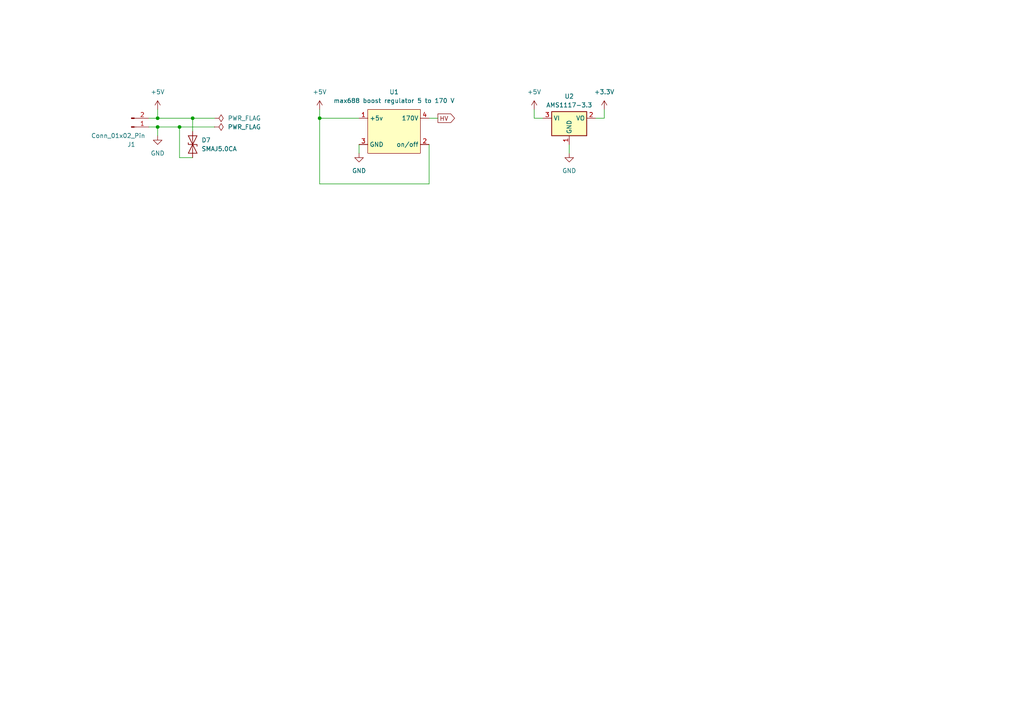
<source format=kicad_sch>
(kicad_sch (version 20230121) (generator eeschema)
  (paper "A4")
  (lib_symbols
    (symbol "Connector:Conn_01x02_Pin" (pin_names (offset 1.016) hide)
      (property "Reference" "J" (at 0 2.54 0))
      (property "Value" "Conn_01x02_Pin" (at 0 -5.08 0))
      (symbol "Conn_01x02_Pin_1_1"
        (polyline (pts (xy 1.27 -2.54) (xy 0.8636 -2.54)) (stroke (width 0.1524)))
        (polyline (pts (xy 1.27 0) (xy 0.8636 0)) (stroke (width 0.1524)))
        (rectangle (start 0.8636 -2.413) (end 0 -2.667) (stroke (width 0.1524)) (fill (type outline)))
        (rectangle (start 0.8636 0.127) (end 0 -0.127) (stroke (width 0.1524)) (fill (type outline)))
        (pin passive line (at 5.08 0 180) (length 3.81) (name "Pin_1") (number "1"))
        (pin passive line (at 5.08 -2.54 180) (length 3.81) (name "Pin_2") (number "2"))
      )
    )
    (symbol "Diode:SMAJ5.0CA" (pin_numbers hide) (pin_names (offset 1.016) hide)
      (property "Reference" "D" (at 0 2.54 0))
      (property "Value" "SMAJ5.0CA" (at 0 -2.54 0))
      (symbol "SMAJ5.0CA_0_1"
        (polyline (pts (xy 1.27 0) (xy -1.27 0)))
        (polyline (pts (xy -2.54 -1.27) (xy 0 0) (xy -2.54 1.27) (xy -2.54 -1.27)) (stroke (width 0.2032)))
        (polyline (pts (xy 0.508 1.27) (xy 0 1.27) (xy 0 -1.27) (xy -0.508 -1.27)) (stroke (width 0.2032)))
        (polyline (pts (xy 2.54 1.27) (xy 2.54 -1.27) (xy 0 0) (xy 2.54 1.27)) (stroke (width 0.2032)))
      )
      (symbol "SMAJ5.0CA_1_1"
        (pin passive line (at -3.81 0 0) (length 2.54) (name "A1") (number "1"))
        (pin passive line (at 3.81 0 180) (length 2.54) (name "A2") (number "2"))
      )
    )
    (symbol "Regulator_Linear:AMS1117-3.3"
      (property "Reference" "U" (at -3.81 3.175 0))
      (property "Value" "AMS1117-3.3" (at 0 3.175 0))
      (symbol "AMS1117-3.3_0_1"
        (rectangle (start -5.08 -5.08) (end 5.08 1.905) (stroke (width 0.254)) (fill (type background)))
      )
      (symbol "AMS1117-3.3_1_1"
        (pin power_in line (at 0 -7.62 90) (length 2.54) (name "GND") (number "1"))
        (pin power_out line (at 7.62 0 180) (length 2.54) (name "VO") (number "2"))
        (pin power_in line (at -7.62 0 0) (length 2.54) (name "VI") (number "3"))
      )
    )
    (symbol "power:+3.3V" (power) (pin_names (offset 0))
      (property "Value" "+3.3V" (at 0 3.556 0))
      (symbol "+3.3V_0_1"
        (polyline (pts (xy -0.762 1.27) (xy 0 2.54)))
        (polyline (pts (xy 0 0) (xy 0 2.54)))
        (polyline (pts (xy 0 2.54) (xy 0.762 1.27)))
      )
      (symbol "+3.3V_1_1"
        (pin power_in line (at 0 0 90) (length 0) hide (name "+3.3V") (number "1"))
      )
    )
    (symbol "power:+5V" (power) (pin_names (offset 0))
      (property "Value" "+5V" (at 0 3.556 0))
      (symbol "+5V_0_1"
        (polyline (pts (xy -0.762 1.27) (xy 0 2.54)))
        (polyline (pts (xy 0 0) (xy 0 2.54)))
        (polyline (pts (xy 0 2.54) (xy 0.762 1.27)))
      )
      (symbol "+5V_1_1"
        (pin power_in line (at 0 0 90) (length 0) hide (name "+5V") (number "1"))
      )
    )
    (symbol "power:GND" (power) (pin_names (offset 0))
      (property "Value" "GND" (at 0 -3.81 0))
      (symbol "GND_0_1"
        (polyline (pts (xy 0 0) (xy 0 -1.27) (xy 1.27 -1.27) (xy 0 -2.54) (xy -1.27 -1.27) (xy 0 -1.27)))
      )
      (symbol "GND_1_1"
        (pin power_in line (at 0 0 270) (length 0) hide (name "GND") (number "1"))
      )
    )
    (symbol "power:PWR_FLAG" (power) (pin_numbers hide) (pin_names (offset 0) hide)
      (property "Value" "PWR_FLAG" (at 0 3.81 0))
      (symbol "PWR_FLAG_0_0"
        (pin power_out line (at 0 0 90) (length 0) (name "pwr") (number "1"))
      )
      (symbol "PWR_FLAG_0_1"
        (polyline (pts (xy 0 0) (xy 0 1.27) (xy -1.016 1.905) (xy 0 2.54) (xy 1.016 1.905) (xy 0 1.27)))
      )
    )
    (symbol "project_library:max688_boost_regulator_5_to_170_V"
      (property "Reference" "U" (at -6.35 11.43 0))
      (property "Value" "max688 boost regulator 5 to 170 V" (at 0 8.89 0))
      (symbol "max688_boost_regulator_5_to_170_V_1_1"
        (rectangle (start -7.62 6.35) (end 7.62 -6.35) (fill (type background)))
        (pin power_in line (at -10.16 3.81 0) (length 2.54) (name "+5v") (number "1"))
        (pin input line (at 10.16 -3.81 180) (length 2.54) (name "on/off") (number "2"))
        (pin power_in line (at -10.16 -3.81 0) (length 2.54) (name "GND") (number "3"))
        (pin power_out line (at 10.16 3.81 180) (length 2.54) (name "170V") (number "4"))
      )
    )
  )
  (junction (at 52.07 36.83))
  (junction (at 45.72 34.29))
  (junction (at 92.71 34.29))
  (junction (at 45.72 36.83))
  (junction (at 55.88 34.29))
  (wire (pts (xy 43.18 36.83) (xy 45.72 36.83)))
  (wire (pts (xy 55.88 34.29) (xy 62.23 34.29)))
  (wire (pts (xy 92.71 31.75) (xy 92.71 34.29)))
  (wire (pts (xy 45.72 36.83) (xy 45.72 39.37)))
  (wire (pts (xy 92.71 53.34) (xy 92.71 34.29)))
  (wire (pts (xy 154.94 34.29) (xy 157.48 34.29)))
  (wire (pts (xy 175.26 34.29) (xy 175.26 31.75)))
  (wire (pts (xy 52.07 36.83) (xy 62.23 36.83)))
  (wire (pts (xy 92.71 34.29) (xy 104.14 34.29)))
  (wire (pts (xy 124.46 34.29) (xy 127 34.29)))
  (wire (pts (xy 124.46 41.91) (xy 124.46 53.34)))
  (wire (pts (xy 154.94 31.75) (xy 154.94 34.29)))
  (wire (pts (xy 43.18 34.29) (xy 45.72 34.29)))
  (wire (pts (xy 55.88 38.1) (xy 55.88 34.29)))
  (wire (pts (xy 104.14 44.45) (xy 104.14 41.91)))
  (wire (pts (xy 45.72 36.83) (xy 52.07 36.83)))
  (wire (pts (xy 165.1 41.91) (xy 165.1 44.45)))
  (wire (pts (xy 124.46 53.34) (xy 92.71 53.34)))
  (wire (pts (xy 55.88 45.72) (xy 52.07 45.72)))
  (wire (pts (xy 172.72 34.29) (xy 175.26 34.29)))
  (wire (pts (xy 45.72 34.29) (xy 55.88 34.29)))
  (wire (pts (xy 45.72 34.29) (xy 45.72 31.75)))
  (wire (pts (xy 52.07 45.72) (xy 52.07 36.83)))
  (global_label "HV" (shape output) (at 127 34.29 0) (property "Intersheetrefs" "${INTERSHEET_REFS}" (effects hide)))
  (symbol (lib_id "Diode:SMAJ5.0CA") (at 55.88 41.91 90) (unit 1)
    (property "Reference" "D7" (at 58.42 40.64 90) (effects (justify right)))
    (property "Value" "SMAJ5.0CA" (at 58.42 43.18 90) (effects (justify right)))
    (property "Footprint" "Diode_SMD:D_SMA" (effects hide))
    (property "Datasheet" "https://www.littelfuse.com/media?resourcetype=datasheets&itemid=75e32973-b177-4ee3-a0ff-cedaf1abdb93&filename=smaj-datasheet" (effects hide))
  )
  (symbol (lib_id "power:PWR_FLAG") (at 62.23 36.83 270) (unit 1)
    (property "Reference" "#FLG01" (effects hide))
    (property "Value" "PWR_FLAG" (at 66.04 36.83 90) (effects (justify left)))
  )
  (symbol (lib_id "power:+5V") (at 154.94 31.75 0) (unit 1)
    (property "Reference" "#PWR03" (effects hide))
    (property "Value" "+5V" (at 154.94 26.67 0))
  )
  (symbol (lib_id "power:+3.3V") (at 175.26 31.75 0) (unit 1)
    (property "Reference" "#PWR05" (effects hide))
    (property "Value" "+3.3V" (at 175.26 26.67 0))
  )
  (symbol (lib_id "project_library:max688_boost_regulator_5_to_170_V") (at 114.3 38.1 0) (unit 1)
    (property "Reference" "U1" (at 114.3 26.67 0))
    (property "Value" "max688 boost regulator 5 to 170 V" (at 114.3 29.21 0))
    (property "Footprint" "project_library:max668_boost_regulator" (effects hide))
  )
  (symbol (lib_id "power:GND") (at 165.1 44.45 0) (unit 1)
    (property "Reference" "#PWR04" (effects hide))
    (property "Value" "GND" (at 165.1 49.53 0))
  )
  (symbol (lib_id "power:PWR_FLAG") (at 62.23 34.29 270) (unit 1)
    (property "Reference" "#FLG02" (effects hide))
    (property "Value" "PWR_FLAG" (at 66.04 34.29 90) (effects (justify left)))
  )
  (symbol (lib_id "power:GND") (at 45.72 39.37 0) (unit 1)
    (property "Reference" "#PWR07" (effects hide))
    (property "Value" "GND" (at 45.72 44.45 0))
  )
  (symbol (lib_id "power:GND") (at 104.14 44.45 0) (unit 1)
    (property "Reference" "#PWR02" (effects hide))
    (property "Value" "GND" (at 104.14 49.53 0))
  )
  (symbol (lib_id "power:+5V") (at 92.71 31.75 0) (unit 1)
    (property "Reference" "#PWR01" (effects hide))
    (property "Value" "+5V" (at 92.71 26.67 0))
  )
  (symbol (lib_id "Connector:Conn_01x02_Pin") (at 38.1 36.83 0) (mirror x) (unit 1)
    (property "Reference" "J1" (at 38.1 41.91 0))
    (property "Value" "Conn_01x02_Pin" (at 34.29 39.37 0))
    (property "Footprint" "Connector_JST:JST_EH_B2B-EH-A_1x02_P2.50mm_Vertical" (effects hide))
  )
  (symbol (lib_id "Regulator_Linear:AMS1117-3.3") (at 165.1 34.29 0) (unit 1)
    (property "Reference" "U2" (at 165.1 27.94 0))
    (property "Value" "AMS1117-3.3" (at 165.1 30.48 0))
    (property "Footprint" "Package_TO_SOT_SMD:SOT-223-3_TabPin2" (effects hide))
    (property "Datasheet" "http://www.advanced-monolithic.com/pdf/ds1117.pdf" (effects hide))
  )
  (symbol (lib_id "power:+5V") (at 45.72 31.75 0) (unit 1)
    (property "Reference" "#PWR06" (effects hide))
    (property "Value" "+5V" (at 45.72 26.67 0))
  )
)
</source>
